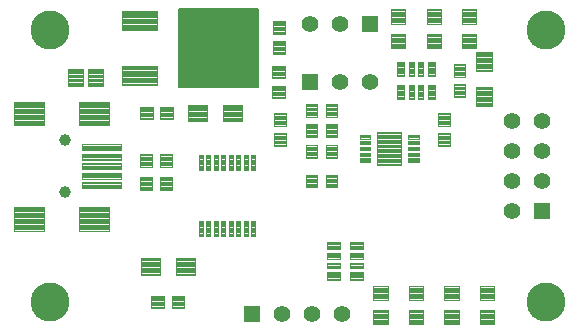
<source format=gts>
G75*
G70*
%OFA0B0*%
%FSLAX24Y24*%
%IPPOS*%
%LPD*%
%AMOC8*
5,1,8,0,0,1.08239X$1,22.5*
%
%ADD10C,0.0043*%
%ADD11C,0.0041*%
%ADD12C,0.0041*%
%ADD13C,0.0040*%
%ADD14C,0.0041*%
%ADD15C,0.0044*%
%ADD16R,0.0555X0.0555*%
%ADD17C,0.0555*%
%ADD18C,0.1300*%
%ADD19C,0.0041*%
%ADD20C,0.0040*%
%ADD21C,0.0394*%
%ADD22C,0.0054*%
%ADD23C,0.0040*%
%ADD24C,0.0043*%
%ADD25C,0.0041*%
D10*
X008107Y005187D02*
X008537Y005187D01*
X008537Y004795D01*
X008107Y004795D01*
X008107Y005187D01*
X008107Y004837D02*
X008537Y004837D01*
X008537Y004879D02*
X008107Y004879D01*
X008107Y004921D02*
X008537Y004921D01*
X008537Y004963D02*
X008107Y004963D01*
X008107Y005005D02*
X008537Y005005D01*
X008537Y005047D02*
X008107Y005047D01*
X008107Y005089D02*
X008537Y005089D01*
X008537Y005131D02*
X008107Y005131D01*
X008107Y005173D02*
X008537Y005173D01*
X008776Y005187D02*
X009206Y005187D01*
X009206Y004795D01*
X008776Y004795D01*
X008776Y005187D01*
X008776Y004837D02*
X009206Y004837D01*
X009206Y004879D02*
X008776Y004879D01*
X008776Y004921D02*
X009206Y004921D01*
X009206Y004963D02*
X008776Y004963D01*
X008776Y005005D02*
X009206Y005005D01*
X009206Y005047D02*
X008776Y005047D01*
X008776Y005089D02*
X009206Y005089D01*
X009206Y005131D02*
X008776Y005131D01*
X008776Y005173D02*
X009206Y005173D01*
X008793Y008714D02*
X008401Y008714D01*
X008401Y009144D01*
X008793Y009144D01*
X008793Y008714D01*
X008793Y008756D02*
X008401Y008756D01*
X008401Y008798D02*
X008793Y008798D01*
X008793Y008840D02*
X008401Y008840D01*
X008401Y008882D02*
X008793Y008882D01*
X008793Y008924D02*
X008401Y008924D01*
X008401Y008966D02*
X008793Y008966D01*
X008793Y009008D02*
X008401Y009008D01*
X008401Y009050D02*
X008793Y009050D01*
X008793Y009092D02*
X008401Y009092D01*
X008401Y009134D02*
X008793Y009134D01*
X008793Y009501D02*
X008401Y009501D01*
X008401Y009931D01*
X008793Y009931D01*
X008793Y009501D01*
X008793Y009543D02*
X008401Y009543D01*
X008401Y009585D02*
X008793Y009585D01*
X008793Y009627D02*
X008401Y009627D01*
X008401Y009669D02*
X008793Y009669D01*
X008793Y009711D02*
X008401Y009711D01*
X008401Y009753D02*
X008793Y009753D01*
X008793Y009795D02*
X008401Y009795D01*
X008401Y009837D02*
X008793Y009837D01*
X008793Y009879D02*
X008401Y009879D01*
X008401Y009921D02*
X008793Y009921D01*
X008124Y009501D02*
X007732Y009501D01*
X007732Y009931D01*
X008124Y009931D01*
X008124Y009501D01*
X008124Y009543D02*
X007732Y009543D01*
X007732Y009585D02*
X008124Y009585D01*
X008124Y009627D02*
X007732Y009627D01*
X007732Y009669D02*
X008124Y009669D01*
X008124Y009711D02*
X007732Y009711D01*
X007732Y009753D02*
X008124Y009753D01*
X008124Y009795D02*
X007732Y009795D01*
X007732Y009837D02*
X008124Y009837D01*
X008124Y009879D02*
X007732Y009879D01*
X007732Y009921D02*
X008124Y009921D01*
X008124Y008714D02*
X007732Y008714D01*
X007732Y009144D01*
X008124Y009144D01*
X008124Y008714D01*
X008124Y008756D02*
X007732Y008756D01*
X007732Y008798D02*
X008124Y008798D01*
X008124Y008840D02*
X007732Y008840D01*
X007732Y008882D02*
X008124Y008882D01*
X008124Y008924D02*
X007732Y008924D01*
X007732Y008966D02*
X008124Y008966D01*
X008124Y009008D02*
X007732Y009008D01*
X007732Y009050D02*
X008124Y009050D01*
X008124Y009092D02*
X007732Y009092D01*
X007732Y009134D02*
X008124Y009134D01*
X008143Y011487D02*
X007713Y011487D01*
X008143Y011487D02*
X008143Y011095D01*
X007713Y011095D01*
X007713Y011487D01*
X007713Y011137D02*
X008143Y011137D01*
X008143Y011179D02*
X007713Y011179D01*
X007713Y011221D02*
X008143Y011221D01*
X008143Y011263D02*
X007713Y011263D01*
X007713Y011305D02*
X008143Y011305D01*
X008143Y011347D02*
X007713Y011347D01*
X007713Y011389D02*
X008143Y011389D01*
X008143Y011431D02*
X007713Y011431D01*
X007713Y011473D02*
X008143Y011473D01*
X008382Y011487D02*
X008812Y011487D01*
X008812Y011095D01*
X008382Y011095D01*
X008382Y011487D01*
X008382Y011137D02*
X008812Y011137D01*
X008812Y011179D02*
X008382Y011179D01*
X008382Y011221D02*
X008812Y011221D01*
X008812Y011263D02*
X008382Y011263D01*
X008382Y011305D02*
X008812Y011305D01*
X008812Y011347D02*
X008382Y011347D01*
X008382Y011389D02*
X008812Y011389D01*
X008812Y011431D02*
X008382Y011431D01*
X008382Y011473D02*
X008812Y011473D01*
X012132Y011794D02*
X012132Y012186D01*
X012562Y012186D01*
X012562Y011794D01*
X012132Y011794D01*
X012132Y011836D02*
X012562Y011836D01*
X012562Y011878D02*
X012132Y011878D01*
X012132Y011920D02*
X012562Y011920D01*
X012562Y011962D02*
X012132Y011962D01*
X012132Y012004D02*
X012562Y012004D01*
X012562Y012046D02*
X012132Y012046D01*
X012132Y012088D02*
X012562Y012088D01*
X012562Y012130D02*
X012132Y012130D01*
X012132Y012172D02*
X012562Y012172D01*
X012132Y012463D02*
X012132Y012855D01*
X012562Y012855D01*
X012562Y012463D01*
X012132Y012463D01*
X012132Y012505D02*
X012562Y012505D01*
X012562Y012547D02*
X012132Y012547D01*
X012132Y012589D02*
X012562Y012589D01*
X012562Y012631D02*
X012132Y012631D01*
X012132Y012673D02*
X012562Y012673D01*
X012562Y012715D02*
X012132Y012715D01*
X012132Y012757D02*
X012562Y012757D01*
X012562Y012799D02*
X012132Y012799D01*
X012132Y012841D02*
X012562Y012841D01*
X012151Y013251D02*
X012151Y013681D01*
X012543Y013681D01*
X012543Y013251D01*
X012151Y013251D01*
X012151Y013293D02*
X012543Y013293D01*
X012543Y013335D02*
X012151Y013335D01*
X012151Y013377D02*
X012543Y013377D01*
X012543Y013419D02*
X012151Y013419D01*
X012151Y013461D02*
X012543Y013461D01*
X012543Y013503D02*
X012151Y013503D01*
X012151Y013545D02*
X012543Y013545D01*
X012543Y013587D02*
X012151Y013587D01*
X012151Y013629D02*
X012543Y013629D01*
X012543Y013671D02*
X012151Y013671D01*
X012151Y013920D02*
X012151Y014350D01*
X012543Y014350D01*
X012543Y013920D01*
X012151Y013920D01*
X012151Y013962D02*
X012543Y013962D01*
X012543Y014004D02*
X012151Y014004D01*
X012151Y014046D02*
X012543Y014046D01*
X012543Y014088D02*
X012151Y014088D01*
X012151Y014130D02*
X012543Y014130D01*
X012543Y014172D02*
X012151Y014172D01*
X012151Y014214D02*
X012543Y014214D01*
X012543Y014256D02*
X012151Y014256D01*
X012151Y014298D02*
X012543Y014298D01*
X012543Y014340D02*
X012151Y014340D01*
X013244Y011174D02*
X013636Y011174D01*
X013244Y011174D02*
X013244Y011604D01*
X013636Y011604D01*
X013636Y011174D01*
X013636Y011216D02*
X013244Y011216D01*
X013244Y011258D02*
X013636Y011258D01*
X013636Y011300D02*
X013244Y011300D01*
X013244Y011342D02*
X013636Y011342D01*
X013636Y011384D02*
X013244Y011384D01*
X013244Y011426D02*
X013636Y011426D01*
X013636Y011468D02*
X013244Y011468D01*
X013244Y011510D02*
X013636Y011510D01*
X013636Y011552D02*
X013244Y011552D01*
X013244Y011594D02*
X013636Y011594D01*
X013913Y011174D02*
X014305Y011174D01*
X013913Y011174D02*
X013913Y011604D01*
X014305Y011604D01*
X014305Y011174D01*
X014305Y011216D02*
X013913Y011216D01*
X013913Y011258D02*
X014305Y011258D01*
X014305Y011300D02*
X013913Y011300D01*
X013913Y011342D02*
X014305Y011342D01*
X014305Y011384D02*
X013913Y011384D01*
X013913Y011426D02*
X014305Y011426D01*
X014305Y011468D02*
X013913Y011468D01*
X013913Y011510D02*
X014305Y011510D01*
X014305Y011552D02*
X013913Y011552D01*
X013913Y011594D02*
X014305Y011594D01*
X014305Y010915D02*
X013913Y010915D01*
X014305Y010915D02*
X014305Y010485D01*
X013913Y010485D01*
X013913Y010915D01*
X013913Y010527D02*
X014305Y010527D01*
X014305Y010569D02*
X013913Y010569D01*
X013913Y010611D02*
X014305Y010611D01*
X014305Y010653D02*
X013913Y010653D01*
X013913Y010695D02*
X014305Y010695D01*
X014305Y010737D02*
X013913Y010737D01*
X013913Y010779D02*
X014305Y010779D01*
X014305Y010821D02*
X013913Y010821D01*
X013913Y010863D02*
X014305Y010863D01*
X014305Y010905D02*
X013913Y010905D01*
X013636Y010915D02*
X013244Y010915D01*
X013636Y010915D02*
X013636Y010485D01*
X013244Y010485D01*
X013244Y010915D01*
X013244Y010527D02*
X013636Y010527D01*
X013636Y010569D02*
X013244Y010569D01*
X013244Y010611D02*
X013636Y010611D01*
X013636Y010653D02*
X013244Y010653D01*
X013244Y010695D02*
X013636Y010695D01*
X013636Y010737D02*
X013244Y010737D01*
X013244Y010779D02*
X013636Y010779D01*
X013636Y010821D02*
X013244Y010821D01*
X013244Y010863D02*
X013636Y010863D01*
X013636Y010905D02*
X013244Y010905D01*
X012593Y010869D02*
X012593Y011299D01*
X012593Y010869D02*
X012201Y010869D01*
X012201Y011299D01*
X012593Y011299D01*
X012593Y010911D02*
X012201Y010911D01*
X012201Y010953D02*
X012593Y010953D01*
X012593Y010995D02*
X012201Y010995D01*
X012201Y011037D02*
X012593Y011037D01*
X012593Y011079D02*
X012201Y011079D01*
X012201Y011121D02*
X012593Y011121D01*
X012593Y011163D02*
X012201Y011163D01*
X012201Y011205D02*
X012593Y011205D01*
X012593Y011247D02*
X012201Y011247D01*
X012201Y011289D02*
X012593Y011289D01*
X012593Y010630D02*
X012593Y010200D01*
X012201Y010200D01*
X012201Y010630D01*
X012593Y010630D01*
X012593Y010242D02*
X012201Y010242D01*
X012201Y010284D02*
X012593Y010284D01*
X012593Y010326D02*
X012201Y010326D01*
X012201Y010368D02*
X012593Y010368D01*
X012593Y010410D02*
X012201Y010410D01*
X012201Y010452D02*
X012593Y010452D01*
X012593Y010494D02*
X012201Y010494D01*
X012201Y010536D02*
X012593Y010536D01*
X012593Y010578D02*
X012201Y010578D01*
X012201Y010620D02*
X012593Y010620D01*
X013244Y010226D02*
X013636Y010226D01*
X013636Y009796D01*
X013244Y009796D01*
X013244Y010226D01*
X013244Y009838D02*
X013636Y009838D01*
X013636Y009880D02*
X013244Y009880D01*
X013244Y009922D02*
X013636Y009922D01*
X013636Y009964D02*
X013244Y009964D01*
X013244Y010006D02*
X013636Y010006D01*
X013636Y010048D02*
X013244Y010048D01*
X013244Y010090D02*
X013636Y010090D01*
X013636Y010132D02*
X013244Y010132D01*
X013244Y010174D02*
X013636Y010174D01*
X013636Y010216D02*
X013244Y010216D01*
X013913Y010226D02*
X014305Y010226D01*
X014305Y009796D01*
X013913Y009796D01*
X013913Y010226D01*
X013913Y009838D02*
X014305Y009838D01*
X014305Y009880D02*
X013913Y009880D01*
X013913Y009922D02*
X014305Y009922D01*
X014305Y009964D02*
X013913Y009964D01*
X013913Y010006D02*
X014305Y010006D01*
X014305Y010048D02*
X013913Y010048D01*
X013913Y010090D02*
X014305Y010090D01*
X014305Y010132D02*
X013913Y010132D01*
X013913Y010174D02*
X014305Y010174D01*
X014305Y010216D02*
X013913Y010216D01*
X013913Y009242D02*
X014305Y009242D01*
X014305Y008812D01*
X013913Y008812D01*
X013913Y009242D01*
X013913Y008854D02*
X014305Y008854D01*
X014305Y008896D02*
X013913Y008896D01*
X013913Y008938D02*
X014305Y008938D01*
X014305Y008980D02*
X013913Y008980D01*
X013913Y009022D02*
X014305Y009022D01*
X014305Y009064D02*
X013913Y009064D01*
X013913Y009106D02*
X014305Y009106D01*
X014305Y009148D02*
X013913Y009148D01*
X013913Y009190D02*
X014305Y009190D01*
X014305Y009232D02*
X013913Y009232D01*
X013636Y009242D02*
X013244Y009242D01*
X013636Y009242D02*
X013636Y008812D01*
X013244Y008812D01*
X013244Y009242D01*
X013244Y008854D02*
X013636Y008854D01*
X013636Y008896D02*
X013244Y008896D01*
X013244Y008938D02*
X013636Y008938D01*
X013636Y008980D02*
X013244Y008980D01*
X013244Y009022D02*
X013636Y009022D01*
X013636Y009064D02*
X013244Y009064D01*
X013244Y009106D02*
X013636Y009106D01*
X013636Y009148D02*
X013244Y009148D01*
X013244Y009190D02*
X013636Y009190D01*
X013636Y009232D02*
X013244Y009232D01*
X018047Y010200D02*
X018047Y010630D01*
X018047Y010200D02*
X017655Y010200D01*
X017655Y010630D01*
X018047Y010630D01*
X018047Y010242D02*
X017655Y010242D01*
X017655Y010284D02*
X018047Y010284D01*
X018047Y010326D02*
X017655Y010326D01*
X017655Y010368D02*
X018047Y010368D01*
X018047Y010410D02*
X017655Y010410D01*
X017655Y010452D02*
X018047Y010452D01*
X018047Y010494D02*
X017655Y010494D01*
X017655Y010536D02*
X018047Y010536D01*
X018047Y010578D02*
X017655Y010578D01*
X017655Y010620D02*
X018047Y010620D01*
X018047Y010869D02*
X018047Y011299D01*
X018047Y010869D02*
X017655Y010869D01*
X017655Y011299D01*
X018047Y011299D01*
X018047Y010911D02*
X017655Y010911D01*
X017655Y010953D02*
X018047Y010953D01*
X018047Y010995D02*
X017655Y010995D01*
X017655Y011037D02*
X018047Y011037D01*
X018047Y011079D02*
X017655Y011079D01*
X017655Y011121D02*
X018047Y011121D01*
X018047Y011163D02*
X017655Y011163D01*
X017655Y011205D02*
X018047Y011205D01*
X018047Y011247D02*
X017655Y011247D01*
X017655Y011289D02*
X018047Y011289D01*
X018567Y011832D02*
X018567Y012262D01*
X018567Y011832D02*
X018175Y011832D01*
X018175Y012262D01*
X018567Y012262D01*
X018567Y011874D02*
X018175Y011874D01*
X018175Y011916D02*
X018567Y011916D01*
X018567Y011958D02*
X018175Y011958D01*
X018175Y012000D02*
X018567Y012000D01*
X018567Y012042D02*
X018175Y012042D01*
X018175Y012084D02*
X018567Y012084D01*
X018567Y012126D02*
X018175Y012126D01*
X018175Y012168D02*
X018567Y012168D01*
X018567Y012210D02*
X018175Y012210D01*
X018175Y012252D02*
X018567Y012252D01*
X018567Y012501D02*
X018567Y012931D01*
X018567Y012501D02*
X018175Y012501D01*
X018175Y012931D01*
X018567Y012931D01*
X018567Y012543D02*
X018175Y012543D01*
X018175Y012585D02*
X018567Y012585D01*
X018567Y012627D02*
X018175Y012627D01*
X018175Y012669D02*
X018567Y012669D01*
X018567Y012711D02*
X018175Y012711D01*
X018175Y012753D02*
X018567Y012753D01*
X018567Y012795D02*
X018175Y012795D01*
X018175Y012837D02*
X018567Y012837D01*
X018567Y012879D02*
X018175Y012879D01*
X018175Y012921D02*
X018567Y012921D01*
D11*
X018921Y012698D02*
X018921Y013328D01*
X019471Y013328D01*
X019471Y012698D01*
X018921Y012698D01*
X018921Y012738D02*
X019471Y012738D01*
X019471Y012778D02*
X018921Y012778D01*
X018921Y012818D02*
X019471Y012818D01*
X019471Y012858D02*
X018921Y012858D01*
X018921Y012898D02*
X019471Y012898D01*
X019471Y012938D02*
X018921Y012938D01*
X018921Y012978D02*
X019471Y012978D01*
X019471Y013018D02*
X018921Y013018D01*
X018921Y013058D02*
X019471Y013058D01*
X019471Y013098D02*
X018921Y013098D01*
X018921Y013138D02*
X019471Y013138D01*
X019471Y013178D02*
X018921Y013178D01*
X018921Y013218D02*
X019471Y013218D01*
X019471Y013258D02*
X018921Y013258D01*
X018921Y013298D02*
X019471Y013298D01*
X019471Y012147D02*
X019471Y011517D01*
X018921Y011517D01*
X018921Y012147D01*
X019471Y012147D01*
X019471Y011557D02*
X018921Y011557D01*
X018921Y011597D02*
X019471Y011597D01*
X019471Y011637D02*
X018921Y011637D01*
X018921Y011677D02*
X019471Y011677D01*
X019471Y011717D02*
X018921Y011717D01*
X018921Y011757D02*
X019471Y011757D01*
X019471Y011797D02*
X018921Y011797D01*
X018921Y011837D02*
X019471Y011837D01*
X019471Y011877D02*
X018921Y011877D01*
X018921Y011917D02*
X019471Y011917D01*
X019471Y011957D02*
X018921Y011957D01*
X018921Y011997D02*
X019471Y011997D01*
X019471Y012037D02*
X018921Y012037D01*
X018921Y012077D02*
X019471Y012077D01*
X019471Y012117D02*
X018921Y012117D01*
X011137Y011566D02*
X010507Y011566D01*
X011137Y011566D02*
X011137Y011016D01*
X010507Y011016D01*
X010507Y011566D01*
X010507Y011056D02*
X011137Y011056D01*
X011137Y011096D02*
X010507Y011096D01*
X010507Y011136D02*
X011137Y011136D01*
X011137Y011176D02*
X010507Y011176D01*
X010507Y011216D02*
X011137Y011216D01*
X011137Y011256D02*
X010507Y011256D01*
X010507Y011296D02*
X011137Y011296D01*
X011137Y011336D02*
X010507Y011336D01*
X010507Y011376D02*
X011137Y011376D01*
X011137Y011416D02*
X010507Y011416D01*
X010507Y011456D02*
X011137Y011456D01*
X011137Y011496D02*
X010507Y011496D01*
X010507Y011536D02*
X011137Y011536D01*
X009956Y011016D02*
X009326Y011016D01*
X009326Y011566D01*
X009956Y011566D01*
X009956Y011016D01*
X009956Y011056D02*
X009326Y011056D01*
X009326Y011096D02*
X009956Y011096D01*
X009956Y011136D02*
X009326Y011136D01*
X009326Y011176D02*
X009956Y011176D01*
X009956Y011216D02*
X009326Y011216D01*
X009326Y011256D02*
X009956Y011256D01*
X009956Y011296D02*
X009326Y011296D01*
X009326Y011336D02*
X009956Y011336D01*
X009956Y011376D02*
X009326Y011376D01*
X009326Y011416D02*
X009956Y011416D01*
X009956Y011456D02*
X009326Y011456D01*
X009326Y011496D02*
X009956Y011496D01*
X009956Y011536D02*
X009326Y011536D01*
X009562Y006448D02*
X008932Y006448D01*
X009562Y006448D02*
X009562Y005898D01*
X008932Y005898D01*
X008932Y006448D01*
X008932Y005938D02*
X009562Y005938D01*
X009562Y005978D02*
X008932Y005978D01*
X008932Y006018D02*
X009562Y006018D01*
X009562Y006058D02*
X008932Y006058D01*
X008932Y006098D02*
X009562Y006098D01*
X009562Y006138D02*
X008932Y006138D01*
X008932Y006178D02*
X009562Y006178D01*
X009562Y006218D02*
X008932Y006218D01*
X008932Y006258D02*
X009562Y006258D01*
X009562Y006298D02*
X008932Y006298D01*
X008932Y006338D02*
X009562Y006338D01*
X009562Y006378D02*
X008932Y006378D01*
X008932Y006418D02*
X009562Y006418D01*
X008381Y005898D02*
X007751Y005898D01*
X007751Y006448D01*
X008381Y006448D01*
X008381Y005898D01*
X008381Y005938D02*
X007751Y005938D01*
X007751Y005978D02*
X008381Y005978D01*
X008381Y006018D02*
X007751Y006018D01*
X007751Y006058D02*
X008381Y006058D01*
X008381Y006098D02*
X007751Y006098D01*
X007751Y006138D02*
X008381Y006138D01*
X008381Y006178D02*
X007751Y006178D01*
X007751Y006218D02*
X008381Y006218D01*
X008381Y006258D02*
X007751Y006258D01*
X007751Y006298D02*
X008381Y006298D01*
X008381Y006338D02*
X007751Y006338D01*
X007751Y006378D02*
X008381Y006378D01*
X008381Y006418D02*
X007751Y006418D01*
D12*
X013952Y006441D02*
X013952Y006613D01*
X014404Y006613D01*
X014404Y006441D01*
X013952Y006441D01*
X013952Y006481D02*
X014404Y006481D01*
X014404Y006521D02*
X013952Y006521D01*
X013952Y006561D02*
X014404Y006561D01*
X014404Y006601D02*
X013952Y006601D01*
X013952Y006298D02*
X013952Y006126D01*
X013952Y006298D02*
X014404Y006298D01*
X014404Y006126D01*
X013952Y006126D01*
X013952Y006166D02*
X014404Y006166D01*
X014404Y006206D02*
X013952Y006206D01*
X013952Y006246D02*
X014404Y006246D01*
X014404Y006286D02*
X013952Y006286D01*
X014720Y006298D02*
X014720Y006126D01*
X014720Y006298D02*
X015172Y006298D01*
X015172Y006126D01*
X014720Y006126D01*
X014720Y006166D02*
X015172Y006166D01*
X015172Y006206D02*
X014720Y006206D01*
X014720Y006246D02*
X015172Y006246D01*
X015172Y006286D02*
X014720Y006286D01*
X014720Y006441D02*
X014720Y006613D01*
X015172Y006613D01*
X015172Y006441D01*
X014720Y006441D01*
X014720Y006481D02*
X015172Y006481D01*
X015172Y006521D02*
X014720Y006521D01*
X014720Y006561D02*
X015172Y006561D01*
X015172Y006601D02*
X014720Y006601D01*
X015400Y009655D02*
X015400Y009777D01*
X015400Y009655D02*
X015050Y009655D01*
X015050Y009777D01*
X015400Y009777D01*
X015400Y009695D02*
X015050Y009695D01*
X015050Y009735D02*
X015400Y009735D01*
X015400Y009775D02*
X015050Y009775D01*
X015400Y009852D02*
X015400Y009974D01*
X015400Y009852D02*
X015050Y009852D01*
X015050Y009974D01*
X015400Y009974D01*
X015400Y009892D02*
X015050Y009892D01*
X015050Y009932D02*
X015400Y009932D01*
X015400Y009972D02*
X015050Y009972D01*
X015400Y010049D02*
X015400Y010171D01*
X015400Y010049D02*
X015050Y010049D01*
X015050Y010171D01*
X015400Y010171D01*
X015400Y010089D02*
X015050Y010089D01*
X015050Y010129D02*
X015400Y010129D01*
X015400Y010169D02*
X015050Y010169D01*
X015400Y010245D02*
X015400Y010367D01*
X015400Y010245D02*
X015050Y010245D01*
X015050Y010367D01*
X015400Y010367D01*
X015400Y010285D02*
X015050Y010285D01*
X015050Y010325D02*
X015400Y010325D01*
X015400Y010365D02*
X015050Y010365D01*
X015400Y010442D02*
X015400Y010564D01*
X015400Y010442D02*
X015050Y010442D01*
X015050Y010564D01*
X015400Y010564D01*
X015400Y010482D02*
X015050Y010482D01*
X015050Y010522D02*
X015400Y010522D01*
X015400Y010562D02*
X015050Y010562D01*
X017010Y010564D02*
X017010Y010442D01*
X016660Y010442D01*
X016660Y010564D01*
X017010Y010564D01*
X017010Y010482D02*
X016660Y010482D01*
X016660Y010522D02*
X017010Y010522D01*
X017010Y010562D02*
X016660Y010562D01*
X017010Y010367D02*
X017010Y010245D01*
X016660Y010245D01*
X016660Y010367D01*
X017010Y010367D01*
X017010Y010285D02*
X016660Y010285D01*
X016660Y010325D02*
X017010Y010325D01*
X017010Y010365D02*
X016660Y010365D01*
X017010Y010171D02*
X017010Y010049D01*
X016660Y010049D01*
X016660Y010171D01*
X017010Y010171D01*
X017010Y010089D02*
X016660Y010089D01*
X016660Y010129D02*
X017010Y010129D01*
X017010Y010169D02*
X016660Y010169D01*
X017010Y009974D02*
X017010Y009852D01*
X016660Y009852D01*
X016660Y009974D01*
X017010Y009974D01*
X017010Y009892D02*
X016660Y009892D01*
X016660Y009932D02*
X017010Y009932D01*
X017010Y009972D02*
X016660Y009972D01*
X017010Y009777D02*
X017010Y009655D01*
X016660Y009655D01*
X016660Y009777D01*
X017010Y009777D01*
X017010Y009695D02*
X016660Y009695D01*
X016660Y009735D02*
X017010Y009735D01*
X017010Y009775D02*
X016660Y009775D01*
X016681Y011764D02*
X016853Y011764D01*
X016681Y011764D02*
X016681Y012216D01*
X016853Y012216D01*
X016853Y011764D01*
X016853Y011804D02*
X016681Y011804D01*
X016681Y011844D02*
X016853Y011844D01*
X016853Y011884D02*
X016681Y011884D01*
X016681Y011924D02*
X016853Y011924D01*
X016853Y011964D02*
X016681Y011964D01*
X016681Y012004D02*
X016853Y012004D01*
X016853Y012044D02*
X016681Y012044D01*
X016681Y012084D02*
X016853Y012084D01*
X016853Y012124D02*
X016681Y012124D01*
X016681Y012164D02*
X016853Y012164D01*
X016853Y012204D02*
X016681Y012204D01*
X016996Y011764D02*
X017168Y011764D01*
X016996Y011764D02*
X016996Y012216D01*
X017168Y012216D01*
X017168Y011764D01*
X017168Y011804D02*
X016996Y011804D01*
X016996Y011844D02*
X017168Y011844D01*
X017168Y011884D02*
X016996Y011884D01*
X016996Y011924D02*
X017168Y011924D01*
X017168Y011964D02*
X016996Y011964D01*
X016996Y012004D02*
X017168Y012004D01*
X017168Y012044D02*
X016996Y012044D01*
X016996Y012084D02*
X017168Y012084D01*
X017168Y012124D02*
X016996Y012124D01*
X016996Y012164D02*
X017168Y012164D01*
X017168Y012204D02*
X016996Y012204D01*
X016996Y012531D02*
X017168Y012531D01*
X016996Y012531D02*
X016996Y012983D01*
X017168Y012983D01*
X017168Y012531D01*
X017168Y012571D02*
X016996Y012571D01*
X016996Y012611D02*
X017168Y012611D01*
X017168Y012651D02*
X016996Y012651D01*
X016996Y012691D02*
X017168Y012691D01*
X017168Y012731D02*
X016996Y012731D01*
X016996Y012771D02*
X017168Y012771D01*
X017168Y012811D02*
X016996Y012811D01*
X016996Y012851D02*
X017168Y012851D01*
X017168Y012891D02*
X016996Y012891D01*
X016996Y012931D02*
X017168Y012931D01*
X017168Y012971D02*
X016996Y012971D01*
X016853Y012531D02*
X016681Y012531D01*
X016681Y012983D01*
X016853Y012983D01*
X016853Y012531D01*
X016853Y012571D02*
X016681Y012571D01*
X016681Y012611D02*
X016853Y012611D01*
X016853Y012651D02*
X016681Y012651D01*
X016681Y012691D02*
X016853Y012691D01*
X016853Y012731D02*
X016681Y012731D01*
X016681Y012771D02*
X016853Y012771D01*
X016853Y012811D02*
X016681Y012811D01*
X016681Y012851D02*
X016853Y012851D01*
X016853Y012891D02*
X016681Y012891D01*
X016681Y012931D02*
X016853Y012931D01*
X016853Y012971D02*
X016681Y012971D01*
D13*
X016538Y012531D02*
X016290Y012531D01*
X016290Y012983D01*
X016538Y012983D01*
X016538Y012531D01*
X016538Y012570D02*
X016290Y012570D01*
X016290Y012609D02*
X016538Y012609D01*
X016538Y012648D02*
X016290Y012648D01*
X016290Y012687D02*
X016538Y012687D01*
X016538Y012726D02*
X016290Y012726D01*
X016290Y012765D02*
X016538Y012765D01*
X016538Y012804D02*
X016290Y012804D01*
X016290Y012843D02*
X016538Y012843D01*
X016538Y012882D02*
X016290Y012882D01*
X016290Y012921D02*
X016538Y012921D01*
X016538Y012960D02*
X016290Y012960D01*
X017310Y012531D02*
X017558Y012531D01*
X017310Y012531D02*
X017310Y012983D01*
X017558Y012983D01*
X017558Y012531D01*
X017558Y012570D02*
X017310Y012570D01*
X017310Y012609D02*
X017558Y012609D01*
X017558Y012648D02*
X017310Y012648D01*
X017310Y012687D02*
X017558Y012687D01*
X017558Y012726D02*
X017310Y012726D01*
X017310Y012765D02*
X017558Y012765D01*
X017558Y012804D02*
X017310Y012804D01*
X017310Y012843D02*
X017558Y012843D01*
X017558Y012882D02*
X017310Y012882D01*
X017310Y012921D02*
X017558Y012921D01*
X017558Y012960D02*
X017310Y012960D01*
X017310Y011764D02*
X017558Y011764D01*
X017310Y011764D02*
X017310Y012216D01*
X017558Y012216D01*
X017558Y011764D01*
X017558Y011803D02*
X017310Y011803D01*
X017310Y011842D02*
X017558Y011842D01*
X017558Y011881D02*
X017310Y011881D01*
X017310Y011920D02*
X017558Y011920D01*
X017558Y011959D02*
X017310Y011959D01*
X017310Y011998D02*
X017558Y011998D01*
X017558Y012037D02*
X017310Y012037D01*
X017310Y012076D02*
X017558Y012076D01*
X017558Y012115D02*
X017310Y012115D01*
X017310Y012154D02*
X017558Y012154D01*
X017558Y012193D02*
X017310Y012193D01*
X016538Y011764D02*
X016290Y011764D01*
X016290Y012216D01*
X016538Y012216D01*
X016538Y011764D01*
X016538Y011803D02*
X016290Y011803D01*
X016290Y011842D02*
X016538Y011842D01*
X016538Y011881D02*
X016290Y011881D01*
X016290Y011920D02*
X016538Y011920D01*
X016538Y011959D02*
X016290Y011959D01*
X016290Y011998D02*
X016538Y011998D01*
X016538Y012037D02*
X016290Y012037D01*
X016290Y012076D02*
X016538Y012076D01*
X016538Y012115D02*
X016290Y012115D01*
X016290Y012154D02*
X016538Y012154D01*
X016538Y012193D02*
X016290Y012193D01*
X014720Y007003D02*
X014720Y006755D01*
X014720Y007003D02*
X015172Y007003D01*
X015172Y006755D01*
X014720Y006755D01*
X014720Y006794D02*
X015172Y006794D01*
X015172Y006833D02*
X014720Y006833D01*
X014720Y006872D02*
X015172Y006872D01*
X015172Y006911D02*
X014720Y006911D01*
X014720Y006950D02*
X015172Y006950D01*
X015172Y006989D02*
X014720Y006989D01*
X013952Y007003D02*
X013952Y006755D01*
X013952Y007003D02*
X014404Y007003D01*
X014404Y006755D01*
X013952Y006755D01*
X013952Y006794D02*
X014404Y006794D01*
X014404Y006833D02*
X013952Y006833D01*
X013952Y006872D02*
X014404Y006872D01*
X014404Y006911D02*
X013952Y006911D01*
X013952Y006950D02*
X014404Y006950D01*
X014404Y006989D02*
X013952Y006989D01*
X013952Y005984D02*
X013952Y005736D01*
X013952Y005984D02*
X014404Y005984D01*
X014404Y005736D01*
X013952Y005736D01*
X013952Y005775D02*
X014404Y005775D01*
X014404Y005814D02*
X013952Y005814D01*
X013952Y005853D02*
X014404Y005853D01*
X014404Y005892D02*
X013952Y005892D01*
X013952Y005931D02*
X014404Y005931D01*
X014404Y005970D02*
X013952Y005970D01*
X014720Y005984D02*
X014720Y005736D01*
X014720Y005984D02*
X015172Y005984D01*
X015172Y005736D01*
X014720Y005736D01*
X014720Y005775D02*
X015172Y005775D01*
X015172Y005814D02*
X014720Y005814D01*
X014720Y005853D02*
X015172Y005853D01*
X015172Y005892D02*
X014720Y005892D01*
X014720Y005931D02*
X015172Y005931D01*
X015172Y005970D02*
X014720Y005970D01*
D14*
X015507Y005070D02*
X015979Y005070D01*
X015507Y005070D02*
X015507Y005542D01*
X015979Y005542D01*
X015979Y005070D01*
X015979Y005110D02*
X015507Y005110D01*
X015507Y005150D02*
X015979Y005150D01*
X015979Y005190D02*
X015507Y005190D01*
X015507Y005230D02*
X015979Y005230D01*
X015979Y005270D02*
X015507Y005270D01*
X015507Y005310D02*
X015979Y005310D01*
X015979Y005350D02*
X015507Y005350D01*
X015507Y005390D02*
X015979Y005390D01*
X015979Y005430D02*
X015507Y005430D01*
X015507Y005470D02*
X015979Y005470D01*
X015979Y005510D02*
X015507Y005510D01*
X016688Y005070D02*
X017160Y005070D01*
X016688Y005070D02*
X016688Y005542D01*
X017160Y005542D01*
X017160Y005070D01*
X017160Y005110D02*
X016688Y005110D01*
X016688Y005150D02*
X017160Y005150D01*
X017160Y005190D02*
X016688Y005190D01*
X016688Y005230D02*
X017160Y005230D01*
X017160Y005270D02*
X016688Y005270D01*
X016688Y005310D02*
X017160Y005310D01*
X017160Y005350D02*
X016688Y005350D01*
X016688Y005390D02*
X017160Y005390D01*
X017160Y005430D02*
X016688Y005430D01*
X016688Y005470D02*
X017160Y005470D01*
X017160Y005510D02*
X016688Y005510D01*
X017869Y005070D02*
X018341Y005070D01*
X017869Y005070D02*
X017869Y005542D01*
X018341Y005542D01*
X018341Y005070D01*
X018341Y005110D02*
X017869Y005110D01*
X017869Y005150D02*
X018341Y005150D01*
X018341Y005190D02*
X017869Y005190D01*
X017869Y005230D02*
X018341Y005230D01*
X018341Y005270D02*
X017869Y005270D01*
X017869Y005310D02*
X018341Y005310D01*
X018341Y005350D02*
X017869Y005350D01*
X017869Y005390D02*
X018341Y005390D01*
X018341Y005430D02*
X017869Y005430D01*
X017869Y005470D02*
X018341Y005470D01*
X018341Y005510D02*
X017869Y005510D01*
X019050Y005070D02*
X019522Y005070D01*
X019050Y005070D02*
X019050Y005542D01*
X019522Y005542D01*
X019522Y005070D01*
X019522Y005110D02*
X019050Y005110D01*
X019050Y005150D02*
X019522Y005150D01*
X019522Y005190D02*
X019050Y005190D01*
X019050Y005230D02*
X019522Y005230D01*
X019522Y005270D02*
X019050Y005270D01*
X019050Y005310D02*
X019522Y005310D01*
X019522Y005350D02*
X019050Y005350D01*
X019050Y005390D02*
X019522Y005390D01*
X019522Y005430D02*
X019050Y005430D01*
X019050Y005470D02*
X019522Y005470D01*
X019522Y005510D02*
X019050Y005510D01*
X019050Y004244D02*
X019522Y004244D01*
X019050Y004244D02*
X019050Y004716D01*
X019522Y004716D01*
X019522Y004244D01*
X019522Y004284D02*
X019050Y004284D01*
X019050Y004324D02*
X019522Y004324D01*
X019522Y004364D02*
X019050Y004364D01*
X019050Y004404D02*
X019522Y004404D01*
X019522Y004444D02*
X019050Y004444D01*
X019050Y004484D02*
X019522Y004484D01*
X019522Y004524D02*
X019050Y004524D01*
X019050Y004564D02*
X019522Y004564D01*
X019522Y004604D02*
X019050Y004604D01*
X019050Y004644D02*
X019522Y004644D01*
X019522Y004684D02*
X019050Y004684D01*
X018341Y004244D02*
X017869Y004244D01*
X017869Y004716D01*
X018341Y004716D01*
X018341Y004244D01*
X018341Y004284D02*
X017869Y004284D01*
X017869Y004324D02*
X018341Y004324D01*
X018341Y004364D02*
X017869Y004364D01*
X017869Y004404D02*
X018341Y004404D01*
X018341Y004444D02*
X017869Y004444D01*
X017869Y004484D02*
X018341Y004484D01*
X018341Y004524D02*
X017869Y004524D01*
X017869Y004564D02*
X018341Y004564D01*
X018341Y004604D02*
X017869Y004604D01*
X017869Y004644D02*
X018341Y004644D01*
X018341Y004684D02*
X017869Y004684D01*
X017160Y004244D02*
X016688Y004244D01*
X016688Y004716D01*
X017160Y004716D01*
X017160Y004244D01*
X017160Y004284D02*
X016688Y004284D01*
X016688Y004324D02*
X017160Y004324D01*
X017160Y004364D02*
X016688Y004364D01*
X016688Y004404D02*
X017160Y004404D01*
X017160Y004444D02*
X016688Y004444D01*
X016688Y004484D02*
X017160Y004484D01*
X017160Y004524D02*
X016688Y004524D01*
X016688Y004564D02*
X017160Y004564D01*
X017160Y004604D02*
X016688Y004604D01*
X016688Y004644D02*
X017160Y004644D01*
X017160Y004684D02*
X016688Y004684D01*
X015979Y004244D02*
X015507Y004244D01*
X015507Y004716D01*
X015979Y004716D01*
X015979Y004244D01*
X015979Y004284D02*
X015507Y004284D01*
X015507Y004324D02*
X015979Y004324D01*
X015979Y004364D02*
X015507Y004364D01*
X015507Y004404D02*
X015979Y004404D01*
X015979Y004444D02*
X015507Y004444D01*
X015507Y004484D02*
X015979Y004484D01*
X015979Y004524D02*
X015507Y004524D01*
X015507Y004564D02*
X015979Y004564D01*
X015979Y004604D02*
X015507Y004604D01*
X015507Y004644D02*
X015979Y004644D01*
X015979Y004684D02*
X015507Y004684D01*
X016098Y013446D02*
X016570Y013446D01*
X016098Y013446D02*
X016098Y013918D01*
X016570Y013918D01*
X016570Y013446D01*
X016570Y013486D02*
X016098Y013486D01*
X016098Y013526D02*
X016570Y013526D01*
X016570Y013566D02*
X016098Y013566D01*
X016098Y013606D02*
X016570Y013606D01*
X016570Y013646D02*
X016098Y013646D01*
X016098Y013686D02*
X016570Y013686D01*
X016570Y013726D02*
X016098Y013726D01*
X016098Y013766D02*
X016570Y013766D01*
X016570Y013806D02*
X016098Y013806D01*
X016098Y013846D02*
X016570Y013846D01*
X016570Y013886D02*
X016098Y013886D01*
X016098Y014273D02*
X016570Y014273D01*
X016098Y014273D02*
X016098Y014745D01*
X016570Y014745D01*
X016570Y014273D01*
X016570Y014313D02*
X016098Y014313D01*
X016098Y014353D02*
X016570Y014353D01*
X016570Y014393D02*
X016098Y014393D01*
X016098Y014433D02*
X016570Y014433D01*
X016570Y014473D02*
X016098Y014473D01*
X016098Y014513D02*
X016570Y014513D01*
X016570Y014553D02*
X016098Y014553D01*
X016098Y014593D02*
X016570Y014593D01*
X016570Y014633D02*
X016098Y014633D01*
X016098Y014673D02*
X016570Y014673D01*
X016570Y014713D02*
X016098Y014713D01*
X017279Y014273D02*
X017751Y014273D01*
X017279Y014273D02*
X017279Y014745D01*
X017751Y014745D01*
X017751Y014273D01*
X017751Y014313D02*
X017279Y014313D01*
X017279Y014353D02*
X017751Y014353D01*
X017751Y014393D02*
X017279Y014393D01*
X017279Y014433D02*
X017751Y014433D01*
X017751Y014473D02*
X017279Y014473D01*
X017279Y014513D02*
X017751Y014513D01*
X017751Y014553D02*
X017279Y014553D01*
X017279Y014593D02*
X017751Y014593D01*
X017751Y014633D02*
X017279Y014633D01*
X017279Y014673D02*
X017751Y014673D01*
X017751Y014713D02*
X017279Y014713D01*
X018460Y014273D02*
X018932Y014273D01*
X018460Y014273D02*
X018460Y014745D01*
X018932Y014745D01*
X018932Y014273D01*
X018932Y014313D02*
X018460Y014313D01*
X018460Y014353D02*
X018932Y014353D01*
X018932Y014393D02*
X018460Y014393D01*
X018460Y014433D02*
X018932Y014433D01*
X018932Y014473D02*
X018460Y014473D01*
X018460Y014513D02*
X018932Y014513D01*
X018932Y014553D02*
X018460Y014553D01*
X018460Y014593D02*
X018932Y014593D01*
X018932Y014633D02*
X018460Y014633D01*
X018460Y014673D02*
X018932Y014673D01*
X018932Y014713D02*
X018460Y014713D01*
X018460Y013446D02*
X018932Y013446D01*
X018460Y013446D02*
X018460Y013918D01*
X018932Y013918D01*
X018932Y013446D01*
X018932Y013486D02*
X018460Y013486D01*
X018460Y013526D02*
X018932Y013526D01*
X018932Y013566D02*
X018460Y013566D01*
X018460Y013606D02*
X018932Y013606D01*
X018932Y013646D02*
X018460Y013646D01*
X018460Y013686D02*
X018932Y013686D01*
X018932Y013726D02*
X018460Y013726D01*
X018460Y013766D02*
X018932Y013766D01*
X018932Y013806D02*
X018460Y013806D01*
X018460Y013846D02*
X018932Y013846D01*
X018932Y013886D02*
X018460Y013886D01*
X017751Y013446D02*
X017279Y013446D01*
X017279Y013918D01*
X017751Y013918D01*
X017751Y013446D01*
X017751Y013486D02*
X017279Y013486D01*
X017279Y013526D02*
X017751Y013526D01*
X017751Y013566D02*
X017279Y013566D01*
X017279Y013606D02*
X017751Y013606D01*
X017751Y013646D02*
X017279Y013646D01*
X017279Y013686D02*
X017751Y013686D01*
X017751Y013726D02*
X017279Y013726D01*
X017279Y013766D02*
X017751Y013766D01*
X017751Y013806D02*
X017279Y013806D01*
X017279Y013846D02*
X017751Y013846D01*
X017751Y013886D02*
X017279Y013886D01*
D15*
X006489Y012765D02*
X005981Y012765D01*
X006489Y012765D02*
X006489Y012179D01*
X005981Y012179D01*
X005981Y012765D01*
X005981Y012222D02*
X006489Y012222D01*
X006489Y012265D02*
X005981Y012265D01*
X005981Y012308D02*
X006489Y012308D01*
X006489Y012351D02*
X005981Y012351D01*
X005981Y012394D02*
X006489Y012394D01*
X006489Y012437D02*
X005981Y012437D01*
X005981Y012480D02*
X006489Y012480D01*
X006489Y012523D02*
X005981Y012523D01*
X005981Y012566D02*
X006489Y012566D01*
X006489Y012609D02*
X005981Y012609D01*
X005981Y012652D02*
X006489Y012652D01*
X006489Y012695D02*
X005981Y012695D01*
X005981Y012738D02*
X006489Y012738D01*
X005820Y012765D02*
X005312Y012765D01*
X005820Y012765D02*
X005820Y012179D01*
X005312Y012179D01*
X005312Y012765D01*
X005312Y012222D02*
X005820Y012222D01*
X005820Y012265D02*
X005312Y012265D01*
X005312Y012308D02*
X005820Y012308D01*
X005820Y012351D02*
X005312Y012351D01*
X005312Y012394D02*
X005820Y012394D01*
X005820Y012437D02*
X005312Y012437D01*
X005312Y012480D02*
X005820Y012480D01*
X005820Y012523D02*
X005312Y012523D01*
X005312Y012566D02*
X005820Y012566D01*
X005820Y012609D02*
X005312Y012609D01*
X005312Y012652D02*
X005820Y012652D01*
X005820Y012695D02*
X005312Y012695D01*
X005312Y012738D02*
X005820Y012738D01*
D16*
X013381Y012324D03*
X015399Y014243D03*
X021115Y008019D03*
X011461Y004598D03*
D17*
X012461Y004598D03*
X013461Y004598D03*
X014461Y004598D03*
X020115Y008019D03*
X020115Y009019D03*
X021115Y009019D03*
X021115Y010019D03*
X020115Y010019D03*
X020115Y011019D03*
X021115Y011019D03*
X015381Y012324D03*
X014381Y012324D03*
X014399Y014243D03*
X013399Y014243D03*
D18*
X004719Y004991D03*
X004719Y014047D03*
X021255Y014047D03*
X021255Y004991D03*
D19*
X005704Y007374D02*
X005704Y008160D01*
X006688Y008160D01*
X006688Y007374D01*
X005704Y007374D01*
X005704Y007414D02*
X006688Y007414D01*
X006688Y007454D02*
X005704Y007454D01*
X005704Y007494D02*
X006688Y007494D01*
X006688Y007534D02*
X005704Y007534D01*
X005704Y007574D02*
X006688Y007574D01*
X006688Y007614D02*
X005704Y007614D01*
X005704Y007654D02*
X006688Y007654D01*
X006688Y007694D02*
X005704Y007694D01*
X005704Y007734D02*
X006688Y007734D01*
X006688Y007774D02*
X005704Y007774D01*
X005704Y007814D02*
X006688Y007814D01*
X006688Y007854D02*
X005704Y007854D01*
X005704Y007894D02*
X006688Y007894D01*
X006688Y007934D02*
X005704Y007934D01*
X005704Y007974D02*
X006688Y007974D01*
X006688Y008014D02*
X005704Y008014D01*
X005704Y008054D02*
X006688Y008054D01*
X006688Y008094D02*
X005704Y008094D01*
X005704Y008134D02*
X006688Y008134D01*
X003538Y008160D02*
X003538Y007374D01*
X003538Y008160D02*
X004522Y008160D01*
X004522Y007374D01*
X003538Y007374D01*
X003538Y007414D02*
X004522Y007414D01*
X004522Y007454D02*
X003538Y007454D01*
X003538Y007494D02*
X004522Y007494D01*
X004522Y007534D02*
X003538Y007534D01*
X003538Y007574D02*
X004522Y007574D01*
X004522Y007614D02*
X003538Y007614D01*
X003538Y007654D02*
X004522Y007654D01*
X004522Y007694D02*
X003538Y007694D01*
X003538Y007734D02*
X004522Y007734D01*
X004522Y007774D02*
X003538Y007774D01*
X003538Y007814D02*
X004522Y007814D01*
X004522Y007854D02*
X003538Y007854D01*
X003538Y007894D02*
X004522Y007894D01*
X004522Y007934D02*
X003538Y007934D01*
X003538Y007974D02*
X004522Y007974D01*
X004522Y008014D02*
X003538Y008014D01*
X003538Y008054D02*
X004522Y008054D01*
X004522Y008094D02*
X003538Y008094D01*
X003538Y008134D02*
X004522Y008134D01*
X003538Y010878D02*
X003538Y011664D01*
X004522Y011664D01*
X004522Y010878D01*
X003538Y010878D01*
X003538Y010918D02*
X004522Y010918D01*
X004522Y010958D02*
X003538Y010958D01*
X003538Y010998D02*
X004522Y010998D01*
X004522Y011038D02*
X003538Y011038D01*
X003538Y011078D02*
X004522Y011078D01*
X004522Y011118D02*
X003538Y011118D01*
X003538Y011158D02*
X004522Y011158D01*
X004522Y011198D02*
X003538Y011198D01*
X003538Y011238D02*
X004522Y011238D01*
X004522Y011278D02*
X003538Y011278D01*
X003538Y011318D02*
X004522Y011318D01*
X004522Y011358D02*
X003538Y011358D01*
X003538Y011398D02*
X004522Y011398D01*
X004522Y011438D02*
X003538Y011438D01*
X003538Y011478D02*
X004522Y011478D01*
X004522Y011518D02*
X003538Y011518D01*
X003538Y011558D02*
X004522Y011558D01*
X004522Y011598D02*
X003538Y011598D01*
X003538Y011638D02*
X004522Y011638D01*
X005704Y011664D02*
X005704Y010878D01*
X005704Y011664D02*
X006688Y011664D01*
X006688Y010878D01*
X005704Y010878D01*
X005704Y010918D02*
X006688Y010918D01*
X006688Y010958D02*
X005704Y010958D01*
X005704Y010998D02*
X006688Y010998D01*
X006688Y011038D02*
X005704Y011038D01*
X005704Y011078D02*
X006688Y011078D01*
X006688Y011118D02*
X005704Y011118D01*
X005704Y011158D02*
X006688Y011158D01*
X006688Y011198D02*
X005704Y011198D01*
X005704Y011238D02*
X006688Y011238D01*
X006688Y011278D02*
X005704Y011278D01*
X005704Y011318D02*
X006688Y011318D01*
X006688Y011358D02*
X005704Y011358D01*
X005704Y011398D02*
X006688Y011398D01*
X006688Y011438D02*
X005704Y011438D01*
X005704Y011478D02*
X006688Y011478D01*
X006688Y011518D02*
X005704Y011518D01*
X005704Y011558D02*
X006688Y011558D01*
X006688Y011598D02*
X005704Y011598D01*
X005704Y011638D02*
X006688Y011638D01*
D20*
X005783Y010247D02*
X005783Y010051D01*
X005783Y010247D02*
X007081Y010247D01*
X007081Y010051D01*
X005783Y010051D01*
X005783Y010090D02*
X007081Y010090D01*
X007081Y010129D02*
X005783Y010129D01*
X005783Y010168D02*
X007081Y010168D01*
X007081Y010207D02*
X005783Y010207D01*
X005783Y010246D02*
X007081Y010246D01*
X005783Y009932D02*
X005783Y009736D01*
X005783Y009932D02*
X007081Y009932D01*
X007081Y009736D01*
X005783Y009736D01*
X005783Y009775D02*
X007081Y009775D01*
X007081Y009814D02*
X005783Y009814D01*
X005783Y009853D02*
X007081Y009853D01*
X007081Y009892D02*
X005783Y009892D01*
X005783Y009931D02*
X007081Y009931D01*
X005783Y009617D02*
X005783Y009421D01*
X005783Y009617D02*
X007081Y009617D01*
X007081Y009421D01*
X005783Y009421D01*
X005783Y009460D02*
X007081Y009460D01*
X007081Y009499D02*
X005783Y009499D01*
X005783Y009538D02*
X007081Y009538D01*
X007081Y009577D02*
X005783Y009577D01*
X005783Y009616D02*
X007081Y009616D01*
X005783Y009302D02*
X005783Y009106D01*
X005783Y009302D02*
X007081Y009302D01*
X007081Y009106D01*
X005783Y009106D01*
X005783Y009145D02*
X007081Y009145D01*
X007081Y009184D02*
X005783Y009184D01*
X005783Y009223D02*
X007081Y009223D01*
X007081Y009262D02*
X005783Y009262D01*
X005783Y009301D02*
X007081Y009301D01*
X005783Y008987D02*
X005783Y008791D01*
X005783Y008987D02*
X007081Y008987D01*
X007081Y008791D01*
X005783Y008791D01*
X005783Y008830D02*
X007081Y008830D01*
X007081Y008869D02*
X005783Y008869D01*
X005783Y008908D02*
X007081Y008908D01*
X007081Y008947D02*
X005783Y008947D01*
X005783Y008986D02*
X007081Y008986D01*
D21*
X005211Y008653D03*
X005211Y010385D03*
D22*
X009018Y012144D02*
X009018Y014768D01*
X011642Y014768D01*
X011642Y012144D01*
X009018Y012144D01*
X009018Y012197D02*
X011642Y012197D01*
X011642Y012250D02*
X009018Y012250D01*
X009018Y012303D02*
X011642Y012303D01*
X011642Y012356D02*
X009018Y012356D01*
X009018Y012409D02*
X011642Y012409D01*
X011642Y012462D02*
X009018Y012462D01*
X009018Y012515D02*
X011642Y012515D01*
X011642Y012568D02*
X009018Y012568D01*
X009018Y012621D02*
X011642Y012621D01*
X011642Y012674D02*
X009018Y012674D01*
X009018Y012727D02*
X011642Y012727D01*
X011642Y012780D02*
X009018Y012780D01*
X009018Y012833D02*
X011642Y012833D01*
X011642Y012886D02*
X009018Y012886D01*
X009018Y012939D02*
X011642Y012939D01*
X011642Y012992D02*
X009018Y012992D01*
X009018Y013045D02*
X011642Y013045D01*
X011642Y013098D02*
X009018Y013098D01*
X009018Y013151D02*
X011642Y013151D01*
X011642Y013204D02*
X009018Y013204D01*
X009018Y013257D02*
X011642Y013257D01*
X011642Y013310D02*
X009018Y013310D01*
X009018Y013363D02*
X011642Y013363D01*
X011642Y013416D02*
X009018Y013416D01*
X009018Y013469D02*
X011642Y013469D01*
X011642Y013522D02*
X009018Y013522D01*
X009018Y013575D02*
X011642Y013575D01*
X011642Y013628D02*
X009018Y013628D01*
X009018Y013681D02*
X011642Y013681D01*
X011642Y013734D02*
X009018Y013734D01*
X009018Y013787D02*
X011642Y013787D01*
X011642Y013840D02*
X009018Y013840D01*
X009018Y013893D02*
X011642Y013893D01*
X011642Y013946D02*
X009018Y013946D01*
X009018Y013999D02*
X011642Y013999D01*
X011642Y014052D02*
X009018Y014052D01*
X009018Y014105D02*
X011642Y014105D01*
X011642Y014158D02*
X009018Y014158D01*
X009018Y014211D02*
X011642Y014211D01*
X011642Y014264D02*
X009018Y014264D01*
X009018Y014317D02*
X011642Y014317D01*
X011642Y014370D02*
X009018Y014370D01*
X009018Y014423D02*
X011642Y014423D01*
X011642Y014476D02*
X009018Y014476D01*
X009018Y014529D02*
X011642Y014529D01*
X011642Y014582D02*
X009018Y014582D01*
X009018Y014635D02*
X011642Y014635D01*
X011642Y014688D02*
X009018Y014688D01*
X009018Y014741D02*
X011642Y014741D01*
D23*
X007121Y014677D02*
X007121Y014047D01*
X007121Y014677D02*
X008301Y014677D01*
X008301Y014047D01*
X007121Y014047D01*
X007121Y014086D02*
X008301Y014086D01*
X008301Y014125D02*
X007121Y014125D01*
X007121Y014164D02*
X008301Y014164D01*
X008301Y014203D02*
X007121Y014203D01*
X007121Y014242D02*
X008301Y014242D01*
X008301Y014281D02*
X007121Y014281D01*
X007121Y014320D02*
X008301Y014320D01*
X008301Y014359D02*
X007121Y014359D01*
X007121Y014398D02*
X008301Y014398D01*
X008301Y014437D02*
X007121Y014437D01*
X007121Y014476D02*
X008301Y014476D01*
X008301Y014515D02*
X007121Y014515D01*
X007121Y014554D02*
X008301Y014554D01*
X008301Y014593D02*
X007121Y014593D01*
X007121Y014632D02*
X008301Y014632D01*
X008301Y014671D02*
X007121Y014671D01*
X007121Y012866D02*
X007121Y012236D01*
X007121Y012866D02*
X008301Y012866D01*
X008301Y012236D01*
X007121Y012236D01*
X007121Y012275D02*
X008301Y012275D01*
X008301Y012314D02*
X007121Y012314D01*
X007121Y012353D02*
X008301Y012353D01*
X008301Y012392D02*
X007121Y012392D01*
X007121Y012431D02*
X008301Y012431D01*
X008301Y012470D02*
X007121Y012470D01*
X007121Y012509D02*
X008301Y012509D01*
X008301Y012548D02*
X007121Y012548D01*
X007121Y012587D02*
X008301Y012587D01*
X008301Y012626D02*
X007121Y012626D01*
X007121Y012665D02*
X008301Y012665D01*
X008301Y012704D02*
X007121Y012704D01*
X007121Y012743D02*
X008301Y012743D01*
X008301Y012782D02*
X007121Y012782D01*
X007121Y012821D02*
X008301Y012821D01*
X008301Y012860D02*
X007121Y012860D01*
D24*
X016438Y010658D02*
X016438Y009562D01*
X015622Y009562D01*
X015622Y010658D01*
X016438Y010658D01*
X016438Y009604D02*
X015622Y009604D01*
X015622Y009646D02*
X016438Y009646D01*
X016438Y009688D02*
X015622Y009688D01*
X015622Y009730D02*
X016438Y009730D01*
X016438Y009772D02*
X015622Y009772D01*
X015622Y009814D02*
X016438Y009814D01*
X016438Y009856D02*
X015622Y009856D01*
X015622Y009898D02*
X016438Y009898D01*
X016438Y009940D02*
X015622Y009940D01*
X015622Y009982D02*
X016438Y009982D01*
X016438Y010024D02*
X015622Y010024D01*
X015622Y010066D02*
X016438Y010066D01*
X016438Y010108D02*
X015622Y010108D01*
X015622Y010150D02*
X016438Y010150D01*
X016438Y010192D02*
X015622Y010192D01*
X015622Y010234D02*
X016438Y010234D01*
X016438Y010276D02*
X015622Y010276D01*
X015622Y010318D02*
X016438Y010318D01*
X016438Y010360D02*
X015622Y010360D01*
X015622Y010402D02*
X016438Y010402D01*
X016438Y010444D02*
X015622Y010444D01*
X015622Y010486D02*
X016438Y010486D01*
X016438Y010528D02*
X015622Y010528D01*
X015622Y010570D02*
X016438Y010570D01*
X016438Y010612D02*
X015622Y010612D01*
X015622Y010654D02*
X016438Y010654D01*
D25*
X011563Y009877D02*
X011437Y009877D01*
X011563Y009877D02*
X011563Y009381D01*
X011437Y009381D01*
X011437Y009877D01*
X011437Y009421D02*
X011563Y009421D01*
X011563Y009461D02*
X011437Y009461D01*
X011437Y009501D02*
X011563Y009501D01*
X011563Y009541D02*
X011437Y009541D01*
X011437Y009581D02*
X011563Y009581D01*
X011563Y009621D02*
X011437Y009621D01*
X011437Y009661D02*
X011563Y009661D01*
X011563Y009701D02*
X011437Y009701D01*
X011437Y009741D02*
X011563Y009741D01*
X011563Y009781D02*
X011437Y009781D01*
X011437Y009821D02*
X011563Y009821D01*
X011563Y009861D02*
X011437Y009861D01*
X011313Y009877D02*
X011187Y009877D01*
X011313Y009877D02*
X011313Y009381D01*
X011187Y009381D01*
X011187Y009877D01*
X011187Y009421D02*
X011313Y009421D01*
X011313Y009461D02*
X011187Y009461D01*
X011187Y009501D02*
X011313Y009501D01*
X011313Y009541D02*
X011187Y009541D01*
X011187Y009581D02*
X011313Y009581D01*
X011313Y009621D02*
X011187Y009621D01*
X011187Y009661D02*
X011313Y009661D01*
X011313Y009701D02*
X011187Y009701D01*
X011187Y009741D02*
X011313Y009741D01*
X011313Y009781D02*
X011187Y009781D01*
X011187Y009821D02*
X011313Y009821D01*
X011313Y009861D02*
X011187Y009861D01*
X011063Y009877D02*
X010937Y009877D01*
X011063Y009877D02*
X011063Y009381D01*
X010937Y009381D01*
X010937Y009877D01*
X010937Y009421D02*
X011063Y009421D01*
X011063Y009461D02*
X010937Y009461D01*
X010937Y009501D02*
X011063Y009501D01*
X011063Y009541D02*
X010937Y009541D01*
X010937Y009581D02*
X011063Y009581D01*
X011063Y009621D02*
X010937Y009621D01*
X010937Y009661D02*
X011063Y009661D01*
X011063Y009701D02*
X010937Y009701D01*
X010937Y009741D02*
X011063Y009741D01*
X011063Y009781D02*
X010937Y009781D01*
X010937Y009821D02*
X011063Y009821D01*
X011063Y009861D02*
X010937Y009861D01*
X010813Y009877D02*
X010687Y009877D01*
X010813Y009877D02*
X010813Y009381D01*
X010687Y009381D01*
X010687Y009877D01*
X010687Y009421D02*
X010813Y009421D01*
X010813Y009461D02*
X010687Y009461D01*
X010687Y009501D02*
X010813Y009501D01*
X010813Y009541D02*
X010687Y009541D01*
X010687Y009581D02*
X010813Y009581D01*
X010813Y009621D02*
X010687Y009621D01*
X010687Y009661D02*
X010813Y009661D01*
X010813Y009701D02*
X010687Y009701D01*
X010687Y009741D02*
X010813Y009741D01*
X010813Y009781D02*
X010687Y009781D01*
X010687Y009821D02*
X010813Y009821D01*
X010813Y009861D02*
X010687Y009861D01*
X010563Y009877D02*
X010437Y009877D01*
X010563Y009877D02*
X010563Y009381D01*
X010437Y009381D01*
X010437Y009877D01*
X010437Y009421D02*
X010563Y009421D01*
X010563Y009461D02*
X010437Y009461D01*
X010437Y009501D02*
X010563Y009501D01*
X010563Y009541D02*
X010437Y009541D01*
X010437Y009581D02*
X010563Y009581D01*
X010563Y009621D02*
X010437Y009621D01*
X010437Y009661D02*
X010563Y009661D01*
X010563Y009701D02*
X010437Y009701D01*
X010437Y009741D02*
X010563Y009741D01*
X010563Y009781D02*
X010437Y009781D01*
X010437Y009821D02*
X010563Y009821D01*
X010563Y009861D02*
X010437Y009861D01*
X010313Y009877D02*
X010187Y009877D01*
X010313Y009877D02*
X010313Y009381D01*
X010187Y009381D01*
X010187Y009877D01*
X010187Y009421D02*
X010313Y009421D01*
X010313Y009461D02*
X010187Y009461D01*
X010187Y009501D02*
X010313Y009501D01*
X010313Y009541D02*
X010187Y009541D01*
X010187Y009581D02*
X010313Y009581D01*
X010313Y009621D02*
X010187Y009621D01*
X010187Y009661D02*
X010313Y009661D01*
X010313Y009701D02*
X010187Y009701D01*
X010187Y009741D02*
X010313Y009741D01*
X010313Y009781D02*
X010187Y009781D01*
X010187Y009821D02*
X010313Y009821D01*
X010313Y009861D02*
X010187Y009861D01*
X010063Y009877D02*
X009937Y009877D01*
X010063Y009877D02*
X010063Y009381D01*
X009937Y009381D01*
X009937Y009877D01*
X009937Y009421D02*
X010063Y009421D01*
X010063Y009461D02*
X009937Y009461D01*
X009937Y009501D02*
X010063Y009501D01*
X010063Y009541D02*
X009937Y009541D01*
X009937Y009581D02*
X010063Y009581D01*
X010063Y009621D02*
X009937Y009621D01*
X009937Y009661D02*
X010063Y009661D01*
X010063Y009701D02*
X009937Y009701D01*
X009937Y009741D02*
X010063Y009741D01*
X010063Y009781D02*
X009937Y009781D01*
X009937Y009821D02*
X010063Y009821D01*
X010063Y009861D02*
X009937Y009861D01*
X009813Y009877D02*
X009687Y009877D01*
X009813Y009877D02*
X009813Y009381D01*
X009687Y009381D01*
X009687Y009877D01*
X009687Y009421D02*
X009813Y009421D01*
X009813Y009461D02*
X009687Y009461D01*
X009687Y009501D02*
X009813Y009501D01*
X009813Y009541D02*
X009687Y009541D01*
X009687Y009581D02*
X009813Y009581D01*
X009813Y009621D02*
X009687Y009621D01*
X009687Y009661D02*
X009813Y009661D01*
X009813Y009701D02*
X009687Y009701D01*
X009687Y009741D02*
X009813Y009741D01*
X009813Y009781D02*
X009687Y009781D01*
X009687Y009821D02*
X009813Y009821D01*
X009813Y009861D02*
X009687Y009861D01*
X009687Y007689D02*
X009813Y007689D01*
X009813Y007193D01*
X009687Y007193D01*
X009687Y007689D01*
X009687Y007233D02*
X009813Y007233D01*
X009813Y007273D02*
X009687Y007273D01*
X009687Y007313D02*
X009813Y007313D01*
X009813Y007353D02*
X009687Y007353D01*
X009687Y007393D02*
X009813Y007393D01*
X009813Y007433D02*
X009687Y007433D01*
X009687Y007473D02*
X009813Y007473D01*
X009813Y007513D02*
X009687Y007513D01*
X009687Y007553D02*
X009813Y007553D01*
X009813Y007593D02*
X009687Y007593D01*
X009687Y007633D02*
X009813Y007633D01*
X009813Y007673D02*
X009687Y007673D01*
X009937Y007689D02*
X010063Y007689D01*
X010063Y007193D01*
X009937Y007193D01*
X009937Y007689D01*
X009937Y007233D02*
X010063Y007233D01*
X010063Y007273D02*
X009937Y007273D01*
X009937Y007313D02*
X010063Y007313D01*
X010063Y007353D02*
X009937Y007353D01*
X009937Y007393D02*
X010063Y007393D01*
X010063Y007433D02*
X009937Y007433D01*
X009937Y007473D02*
X010063Y007473D01*
X010063Y007513D02*
X009937Y007513D01*
X009937Y007553D02*
X010063Y007553D01*
X010063Y007593D02*
X009937Y007593D01*
X009937Y007633D02*
X010063Y007633D01*
X010063Y007673D02*
X009937Y007673D01*
X010187Y007689D02*
X010313Y007689D01*
X010313Y007193D01*
X010187Y007193D01*
X010187Y007689D01*
X010187Y007233D02*
X010313Y007233D01*
X010313Y007273D02*
X010187Y007273D01*
X010187Y007313D02*
X010313Y007313D01*
X010313Y007353D02*
X010187Y007353D01*
X010187Y007393D02*
X010313Y007393D01*
X010313Y007433D02*
X010187Y007433D01*
X010187Y007473D02*
X010313Y007473D01*
X010313Y007513D02*
X010187Y007513D01*
X010187Y007553D02*
X010313Y007553D01*
X010313Y007593D02*
X010187Y007593D01*
X010187Y007633D02*
X010313Y007633D01*
X010313Y007673D02*
X010187Y007673D01*
X010437Y007689D02*
X010563Y007689D01*
X010563Y007193D01*
X010437Y007193D01*
X010437Y007689D01*
X010437Y007233D02*
X010563Y007233D01*
X010563Y007273D02*
X010437Y007273D01*
X010437Y007313D02*
X010563Y007313D01*
X010563Y007353D02*
X010437Y007353D01*
X010437Y007393D02*
X010563Y007393D01*
X010563Y007433D02*
X010437Y007433D01*
X010437Y007473D02*
X010563Y007473D01*
X010563Y007513D02*
X010437Y007513D01*
X010437Y007553D02*
X010563Y007553D01*
X010563Y007593D02*
X010437Y007593D01*
X010437Y007633D02*
X010563Y007633D01*
X010563Y007673D02*
X010437Y007673D01*
X010687Y007689D02*
X010813Y007689D01*
X010813Y007193D01*
X010687Y007193D01*
X010687Y007689D01*
X010687Y007233D02*
X010813Y007233D01*
X010813Y007273D02*
X010687Y007273D01*
X010687Y007313D02*
X010813Y007313D01*
X010813Y007353D02*
X010687Y007353D01*
X010687Y007393D02*
X010813Y007393D01*
X010813Y007433D02*
X010687Y007433D01*
X010687Y007473D02*
X010813Y007473D01*
X010813Y007513D02*
X010687Y007513D01*
X010687Y007553D02*
X010813Y007553D01*
X010813Y007593D02*
X010687Y007593D01*
X010687Y007633D02*
X010813Y007633D01*
X010813Y007673D02*
X010687Y007673D01*
X010937Y007689D02*
X011063Y007689D01*
X011063Y007193D01*
X010937Y007193D01*
X010937Y007689D01*
X010937Y007233D02*
X011063Y007233D01*
X011063Y007273D02*
X010937Y007273D01*
X010937Y007313D02*
X011063Y007313D01*
X011063Y007353D02*
X010937Y007353D01*
X010937Y007393D02*
X011063Y007393D01*
X011063Y007433D02*
X010937Y007433D01*
X010937Y007473D02*
X011063Y007473D01*
X011063Y007513D02*
X010937Y007513D01*
X010937Y007553D02*
X011063Y007553D01*
X011063Y007593D02*
X010937Y007593D01*
X010937Y007633D02*
X011063Y007633D01*
X011063Y007673D02*
X010937Y007673D01*
X011187Y007689D02*
X011313Y007689D01*
X011313Y007193D01*
X011187Y007193D01*
X011187Y007689D01*
X011187Y007233D02*
X011313Y007233D01*
X011313Y007273D02*
X011187Y007273D01*
X011187Y007313D02*
X011313Y007313D01*
X011313Y007353D02*
X011187Y007353D01*
X011187Y007393D02*
X011313Y007393D01*
X011313Y007433D02*
X011187Y007433D01*
X011187Y007473D02*
X011313Y007473D01*
X011313Y007513D02*
X011187Y007513D01*
X011187Y007553D02*
X011313Y007553D01*
X011313Y007593D02*
X011187Y007593D01*
X011187Y007633D02*
X011313Y007633D01*
X011313Y007673D02*
X011187Y007673D01*
X011437Y007689D02*
X011563Y007689D01*
X011563Y007193D01*
X011437Y007193D01*
X011437Y007689D01*
X011437Y007233D02*
X011563Y007233D01*
X011563Y007273D02*
X011437Y007273D01*
X011437Y007313D02*
X011563Y007313D01*
X011563Y007353D02*
X011437Y007353D01*
X011437Y007393D02*
X011563Y007393D01*
X011563Y007433D02*
X011437Y007433D01*
X011437Y007473D02*
X011563Y007473D01*
X011563Y007513D02*
X011437Y007513D01*
X011437Y007553D02*
X011563Y007553D01*
X011563Y007593D02*
X011437Y007593D01*
X011437Y007633D02*
X011563Y007633D01*
X011563Y007673D02*
X011437Y007673D01*
M02*

</source>
